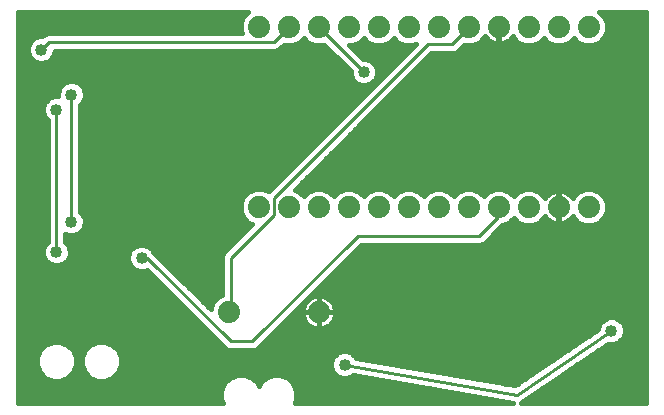
<source format=gbl>
G75*
%MOIN*%
%OFA0B0*%
%FSLAX25Y25*%
%IPPOS*%
%LPD*%
%AMOC8*
5,1,8,0,0,1.08239X$1,22.5*
%
%ADD10C,0.07400*%
%ADD11C,0.01000*%
%ADD12C,0.01600*%
%ADD13R,0.03962X0.03962*%
%ADD14C,0.12661*%
%ADD15C,0.04000*%
D10*
X0113244Y0046346D03*
X0143244Y0046346D03*
X0143244Y0081346D03*
X0133244Y0081346D03*
X0123244Y0081346D03*
X0153244Y0081346D03*
X0163244Y0081346D03*
X0173244Y0081346D03*
X0183244Y0081346D03*
X0193244Y0081346D03*
X0203244Y0081346D03*
X0213244Y0081346D03*
X0223244Y0081346D03*
X0233244Y0081346D03*
X0233244Y0141346D03*
X0223244Y0141346D03*
X0213244Y0141346D03*
X0203244Y0141346D03*
X0193244Y0141346D03*
X0183244Y0141346D03*
X0173244Y0141346D03*
X0163244Y0141346D03*
X0153244Y0141346D03*
X0143244Y0141346D03*
X0133244Y0141346D03*
X0123244Y0141346D03*
D11*
X0128244Y0136346D02*
X0133244Y0141346D01*
X0128244Y0136346D02*
X0053244Y0136346D01*
X0050744Y0133846D01*
X0060744Y0118846D02*
X0060744Y0076346D01*
X0055744Y0066346D02*
X0055744Y0113846D01*
X0113844Y0064446D02*
X0128244Y0078846D01*
X0128244Y0084246D01*
X0179544Y0135546D01*
X0187644Y0135546D01*
X0193044Y0140946D01*
X0193244Y0141346D01*
X0158244Y0126346D02*
X0143244Y0141346D01*
X0203244Y0081346D02*
X0202944Y0080646D01*
X0202944Y0077946D01*
X0196644Y0071646D01*
X0156144Y0071646D01*
X0121044Y0036546D01*
X0113844Y0036546D01*
X0085944Y0064446D01*
X0084144Y0064446D01*
X0113844Y0064446D02*
X0113844Y0046446D01*
X0113244Y0046346D01*
X0151844Y0028846D02*
X0209444Y0018846D01*
X0240744Y0040146D01*
D12*
X0043044Y0016146D02*
X0043044Y0146507D01*
X0119778Y0146507D01*
X0118073Y0144802D01*
X0117144Y0142560D01*
X0117144Y0140133D01*
X0117511Y0139246D01*
X0052667Y0139246D01*
X0051601Y0138805D01*
X0051043Y0138246D01*
X0049869Y0138246D01*
X0048252Y0137577D01*
X0047014Y0136339D01*
X0046344Y0134722D01*
X0046344Y0132971D01*
X0047014Y0131354D01*
X0048252Y0130116D01*
X0049869Y0129446D01*
X0051619Y0129446D01*
X0053236Y0130116D01*
X0054474Y0131354D01*
X0055144Y0132971D01*
X0055144Y0133446D01*
X0128821Y0133446D01*
X0129887Y0133888D01*
X0131475Y0135477D01*
X0132031Y0135246D01*
X0134457Y0135246D01*
X0136699Y0136175D01*
X0138244Y0137720D01*
X0139789Y0136175D01*
X0142031Y0135246D01*
X0144457Y0135246D01*
X0145013Y0135477D01*
X0153844Y0126645D01*
X0153844Y0125471D01*
X0154514Y0123854D01*
X0155752Y0122616D01*
X0157369Y0121946D01*
X0159119Y0121946D01*
X0160736Y0122616D01*
X0161974Y0123854D01*
X0162644Y0125471D01*
X0162644Y0127222D01*
X0161974Y0128839D01*
X0160736Y0130077D01*
X0159119Y0130746D01*
X0157945Y0130746D01*
X0153445Y0135246D01*
X0154457Y0135246D01*
X0156699Y0136175D01*
X0158244Y0137720D01*
X0159789Y0136175D01*
X0162031Y0135246D01*
X0164457Y0135246D01*
X0166699Y0136175D01*
X0168244Y0137720D01*
X0169789Y0136175D01*
X0172031Y0135246D01*
X0174457Y0135246D01*
X0175628Y0135731D01*
X0126498Y0086601D01*
X0124457Y0087446D01*
X0122031Y0087446D01*
X0119789Y0086518D01*
X0118073Y0084802D01*
X0117144Y0082560D01*
X0117144Y0080133D01*
X0118073Y0077891D01*
X0119789Y0076175D01*
X0120979Y0075682D01*
X0111386Y0066089D01*
X0110944Y0065023D01*
X0110944Y0051996D01*
X0109789Y0051518D01*
X0108073Y0049802D01*
X0107144Y0047560D01*
X0107144Y0047348D01*
X0088403Y0066089D01*
X0088101Y0066390D01*
X0087874Y0066939D01*
X0086636Y0068177D01*
X0085019Y0068846D01*
X0083269Y0068846D01*
X0081652Y0068177D01*
X0080414Y0066939D01*
X0079744Y0065322D01*
X0079744Y0063571D01*
X0080414Y0061954D01*
X0081652Y0060716D01*
X0083269Y0060046D01*
X0085019Y0060046D01*
X0085884Y0060405D01*
X0111386Y0034904D01*
X0112201Y0034088D01*
X0113267Y0033646D01*
X0121621Y0033646D01*
X0122687Y0034088D01*
X0157345Y0068746D01*
X0197221Y0068746D01*
X0198287Y0069188D01*
X0204345Y0075246D01*
X0204457Y0075246D01*
X0206699Y0076175D01*
X0208244Y0077720D01*
X0209789Y0076175D01*
X0212031Y0075246D01*
X0214457Y0075246D01*
X0216699Y0076175D01*
X0218415Y0077891D01*
X0218612Y0078365D01*
X0219049Y0077763D01*
X0219661Y0077151D01*
X0220361Y0076642D01*
X0221133Y0076249D01*
X0221956Y0075982D01*
X0222811Y0075846D01*
X0223044Y0075846D01*
X0223044Y0081146D01*
X0223444Y0081146D01*
X0223444Y0075846D01*
X0223677Y0075846D01*
X0224532Y0075982D01*
X0225355Y0076249D01*
X0226127Y0076642D01*
X0226827Y0077151D01*
X0227439Y0077763D01*
X0227876Y0078365D01*
X0228073Y0077891D01*
X0229789Y0076175D01*
X0232031Y0075246D01*
X0234457Y0075246D01*
X0236699Y0076175D01*
X0238415Y0077891D01*
X0239344Y0080133D01*
X0239344Y0082560D01*
X0238415Y0084802D01*
X0236699Y0086518D01*
X0234457Y0087446D01*
X0232031Y0087446D01*
X0229789Y0086518D01*
X0228073Y0084802D01*
X0227876Y0084328D01*
X0227439Y0084929D01*
X0226827Y0085542D01*
X0226127Y0086050D01*
X0225355Y0086443D01*
X0224532Y0086711D01*
X0223677Y0086846D01*
X0223444Y0086846D01*
X0223444Y0081547D01*
X0223044Y0081547D01*
X0223044Y0086846D01*
X0222811Y0086846D01*
X0221956Y0086711D01*
X0221133Y0086443D01*
X0220361Y0086050D01*
X0219661Y0085542D01*
X0219049Y0084929D01*
X0218612Y0084328D01*
X0218415Y0084802D01*
X0216699Y0086518D01*
X0214457Y0087446D01*
X0212031Y0087446D01*
X0209789Y0086518D01*
X0208244Y0084973D01*
X0206699Y0086518D01*
X0204457Y0087446D01*
X0202031Y0087446D01*
X0199789Y0086518D01*
X0198244Y0084973D01*
X0196699Y0086518D01*
X0194457Y0087446D01*
X0192031Y0087446D01*
X0189789Y0086518D01*
X0188244Y0084973D01*
X0186699Y0086518D01*
X0184457Y0087446D01*
X0182031Y0087446D01*
X0179789Y0086518D01*
X0178244Y0084973D01*
X0176699Y0086518D01*
X0174457Y0087446D01*
X0172031Y0087446D01*
X0169789Y0086518D01*
X0168244Y0084973D01*
X0166699Y0086518D01*
X0164457Y0087446D01*
X0162031Y0087446D01*
X0159789Y0086518D01*
X0158244Y0084973D01*
X0156699Y0086518D01*
X0154457Y0087446D01*
X0152031Y0087446D01*
X0149789Y0086518D01*
X0148244Y0084973D01*
X0146699Y0086518D01*
X0144457Y0087446D01*
X0142031Y0087446D01*
X0139789Y0086518D01*
X0138244Y0084973D01*
X0136699Y0086518D01*
X0135227Y0087128D01*
X0180745Y0132646D01*
X0188221Y0132646D01*
X0189287Y0133088D01*
X0191617Y0135418D01*
X0192031Y0135246D01*
X0194457Y0135246D01*
X0196699Y0136175D01*
X0198415Y0137891D01*
X0198612Y0138365D01*
X0199049Y0137763D01*
X0199661Y0137151D01*
X0200361Y0136642D01*
X0201133Y0136249D01*
X0201956Y0135982D01*
X0202811Y0135846D01*
X0203044Y0135846D01*
X0203044Y0141146D01*
X0203444Y0141146D01*
X0203444Y0135846D01*
X0203677Y0135846D01*
X0204532Y0135982D01*
X0205355Y0136249D01*
X0206127Y0136642D01*
X0206827Y0137151D01*
X0207439Y0137763D01*
X0207876Y0138365D01*
X0208073Y0137891D01*
X0209789Y0136175D01*
X0212031Y0135246D01*
X0214457Y0135246D01*
X0216699Y0136175D01*
X0218244Y0137720D01*
X0219789Y0136175D01*
X0222031Y0135246D01*
X0224457Y0135246D01*
X0226699Y0136175D01*
X0228244Y0137720D01*
X0229789Y0136175D01*
X0232031Y0135246D01*
X0234457Y0135246D01*
X0236699Y0136175D01*
X0238415Y0137891D01*
X0239344Y0140133D01*
X0239344Y0142560D01*
X0238415Y0144802D01*
X0236710Y0146507D01*
X0252145Y0146507D01*
X0252145Y0016146D01*
X0210647Y0016146D01*
X0211095Y0016462D01*
X0239598Y0035859D01*
X0239869Y0035746D01*
X0241619Y0035746D01*
X0243236Y0036416D01*
X0244474Y0037654D01*
X0245144Y0039271D01*
X0245144Y0041022D01*
X0244474Y0042639D01*
X0243236Y0043877D01*
X0241619Y0044546D01*
X0239869Y0044546D01*
X0238252Y0043877D01*
X0237014Y0042639D01*
X0236344Y0041022D01*
X0236344Y0040660D01*
X0208783Y0021905D01*
X0155662Y0031127D01*
X0155574Y0031339D01*
X0154336Y0032577D01*
X0152719Y0033246D01*
X0150969Y0033246D01*
X0149352Y0032577D01*
X0148114Y0031339D01*
X0147444Y0029722D01*
X0147444Y0027971D01*
X0148114Y0026354D01*
X0149352Y0025116D01*
X0150969Y0024446D01*
X0152719Y0024446D01*
X0154336Y0025116D01*
X0154638Y0025418D01*
X0208042Y0016146D01*
X0135144Y0016146D01*
X0135721Y0017539D01*
X0135721Y0020154D01*
X0134721Y0022569D01*
X0132872Y0024418D01*
X0130457Y0025418D01*
X0127842Y0025418D01*
X0125427Y0024418D01*
X0123578Y0022569D01*
X0123244Y0021762D01*
X0122910Y0022569D01*
X0121061Y0024418D01*
X0118646Y0025418D01*
X0116031Y0025418D01*
X0113616Y0024418D01*
X0111767Y0022569D01*
X0110767Y0020154D01*
X0110767Y0017539D01*
X0111344Y0016146D01*
X0043044Y0016146D01*
X0043044Y0017741D02*
X0110767Y0017741D01*
X0110767Y0019339D02*
X0043044Y0019339D01*
X0043044Y0020938D02*
X0111092Y0020938D01*
X0111754Y0022536D02*
X0043044Y0022536D01*
X0043044Y0024135D02*
X0053028Y0024135D01*
X0052097Y0024520D02*
X0054476Y0023535D01*
X0057051Y0023535D01*
X0059431Y0024520D01*
X0061252Y0026341D01*
X0062237Y0028720D01*
X0062237Y0031295D01*
X0061252Y0033675D01*
X0059431Y0035496D01*
X0057051Y0036481D01*
X0054476Y0036481D01*
X0052097Y0035496D01*
X0050276Y0033675D01*
X0049291Y0031295D01*
X0049291Y0028720D01*
X0050276Y0026341D01*
X0052097Y0024520D01*
X0050884Y0025733D02*
X0043044Y0025733D01*
X0043044Y0027332D02*
X0049866Y0027332D01*
X0049291Y0028930D02*
X0043044Y0028930D01*
X0043044Y0030529D02*
X0049291Y0030529D01*
X0049635Y0032127D02*
X0043044Y0032127D01*
X0043044Y0033726D02*
X0050327Y0033726D01*
X0051926Y0035324D02*
X0043044Y0035324D01*
X0043044Y0036923D02*
X0109367Y0036923D01*
X0107768Y0038521D02*
X0043044Y0038521D01*
X0043044Y0040120D02*
X0106170Y0040120D01*
X0104571Y0041718D02*
X0043044Y0041718D01*
X0043044Y0043317D02*
X0102973Y0043317D01*
X0101374Y0044915D02*
X0043044Y0044915D01*
X0043044Y0046514D02*
X0099776Y0046514D01*
X0098177Y0048112D02*
X0043044Y0048112D01*
X0043044Y0049711D02*
X0096579Y0049711D01*
X0094980Y0051309D02*
X0043044Y0051309D01*
X0043044Y0052908D02*
X0093382Y0052908D01*
X0091783Y0054506D02*
X0043044Y0054506D01*
X0043044Y0056105D02*
X0090185Y0056105D01*
X0088586Y0057703D02*
X0043044Y0057703D01*
X0043044Y0059302D02*
X0086988Y0059302D01*
X0081468Y0060900D02*
X0043044Y0060900D01*
X0043044Y0062499D02*
X0053535Y0062499D01*
X0053252Y0062616D02*
X0054869Y0061946D01*
X0056619Y0061946D01*
X0058236Y0062616D01*
X0059474Y0063854D01*
X0060144Y0065471D01*
X0060144Y0067222D01*
X0059474Y0068839D01*
X0058644Y0069669D01*
X0058644Y0072454D01*
X0059869Y0071946D01*
X0061619Y0071946D01*
X0063236Y0072616D01*
X0064474Y0073854D01*
X0065144Y0075471D01*
X0065144Y0077222D01*
X0064474Y0078839D01*
X0063644Y0079669D01*
X0063644Y0115524D01*
X0064474Y0116354D01*
X0065144Y0117971D01*
X0065144Y0119722D01*
X0064474Y0121339D01*
X0063236Y0122577D01*
X0061619Y0123246D01*
X0059869Y0123246D01*
X0058252Y0122577D01*
X0057014Y0121339D01*
X0056344Y0119722D01*
X0056344Y0118246D01*
X0054869Y0118246D01*
X0053252Y0117577D01*
X0052014Y0116339D01*
X0051344Y0114722D01*
X0051344Y0112971D01*
X0052014Y0111354D01*
X0052844Y0110524D01*
X0052844Y0069669D01*
X0052014Y0068839D01*
X0051344Y0067222D01*
X0051344Y0065471D01*
X0052014Y0063854D01*
X0053252Y0062616D01*
X0051913Y0064097D02*
X0043044Y0064097D01*
X0043044Y0065696D02*
X0051344Y0065696D01*
X0051374Y0067294D02*
X0043044Y0067294D01*
X0043044Y0068893D02*
X0052068Y0068893D01*
X0052844Y0070491D02*
X0043044Y0070491D01*
X0043044Y0072090D02*
X0052844Y0072090D01*
X0052844Y0073688D02*
X0043044Y0073688D01*
X0043044Y0075287D02*
X0052844Y0075287D01*
X0052844Y0076885D02*
X0043044Y0076885D01*
X0043044Y0078484D02*
X0052844Y0078484D01*
X0052844Y0080082D02*
X0043044Y0080082D01*
X0043044Y0081681D02*
X0052844Y0081681D01*
X0052844Y0083279D02*
X0043044Y0083279D01*
X0043044Y0084878D02*
X0052844Y0084878D01*
X0052844Y0086476D02*
X0043044Y0086476D01*
X0043044Y0088075D02*
X0052844Y0088075D01*
X0052844Y0089674D02*
X0043044Y0089674D01*
X0043044Y0091272D02*
X0052844Y0091272D01*
X0052844Y0092871D02*
X0043044Y0092871D01*
X0043044Y0094469D02*
X0052844Y0094469D01*
X0052844Y0096068D02*
X0043044Y0096068D01*
X0043044Y0097666D02*
X0052844Y0097666D01*
X0052844Y0099265D02*
X0043044Y0099265D01*
X0043044Y0100863D02*
X0052844Y0100863D01*
X0052844Y0102462D02*
X0043044Y0102462D01*
X0043044Y0104060D02*
X0052844Y0104060D01*
X0052844Y0105659D02*
X0043044Y0105659D01*
X0043044Y0107257D02*
X0052844Y0107257D01*
X0052844Y0108856D02*
X0043044Y0108856D01*
X0043044Y0110454D02*
X0052844Y0110454D01*
X0051725Y0112053D02*
X0043044Y0112053D01*
X0043044Y0113651D02*
X0051344Y0113651D01*
X0051563Y0115250D02*
X0043044Y0115250D01*
X0043044Y0116848D02*
X0052523Y0116848D01*
X0056344Y0118447D02*
X0043044Y0118447D01*
X0043044Y0120045D02*
X0056478Y0120045D01*
X0057319Y0121644D02*
X0043044Y0121644D01*
X0043044Y0123242D02*
X0059859Y0123242D01*
X0061629Y0123242D02*
X0155126Y0123242D01*
X0154105Y0124841D02*
X0043044Y0124841D01*
X0043044Y0126439D02*
X0153844Y0126439D01*
X0152452Y0128038D02*
X0043044Y0128038D01*
X0043044Y0129636D02*
X0049411Y0129636D01*
X0052078Y0129636D02*
X0150853Y0129636D01*
X0149255Y0131235D02*
X0054355Y0131235D01*
X0055087Y0132833D02*
X0147656Y0132833D01*
X0146057Y0134432D02*
X0130431Y0134432D01*
X0136350Y0136030D02*
X0140138Y0136030D01*
X0138335Y0137629D02*
X0138153Y0137629D01*
X0154260Y0134432D02*
X0174328Y0134432D01*
X0172730Y0132833D02*
X0155858Y0132833D01*
X0157457Y0131235D02*
X0171131Y0131235D01*
X0169533Y0129636D02*
X0161177Y0129636D01*
X0162306Y0128038D02*
X0167934Y0128038D01*
X0166336Y0126439D02*
X0162644Y0126439D01*
X0162383Y0124841D02*
X0164737Y0124841D01*
X0163139Y0123242D02*
X0161362Y0123242D01*
X0161540Y0121644D02*
X0064169Y0121644D01*
X0065010Y0120045D02*
X0159942Y0120045D01*
X0158343Y0118447D02*
X0065144Y0118447D01*
X0064679Y0116848D02*
X0156745Y0116848D01*
X0155146Y0115250D02*
X0063644Y0115250D01*
X0063644Y0113651D02*
X0153548Y0113651D01*
X0151949Y0112053D02*
X0063644Y0112053D01*
X0063644Y0110454D02*
X0150351Y0110454D01*
X0148752Y0108856D02*
X0063644Y0108856D01*
X0063644Y0107257D02*
X0147154Y0107257D01*
X0145555Y0105659D02*
X0063644Y0105659D01*
X0063644Y0104060D02*
X0143957Y0104060D01*
X0142358Y0102462D02*
X0063644Y0102462D01*
X0063644Y0100863D02*
X0140760Y0100863D01*
X0139161Y0099265D02*
X0063644Y0099265D01*
X0063644Y0097666D02*
X0137563Y0097666D01*
X0135964Y0096068D02*
X0063644Y0096068D01*
X0063644Y0094469D02*
X0134365Y0094469D01*
X0132767Y0092871D02*
X0063644Y0092871D01*
X0063644Y0091272D02*
X0131168Y0091272D01*
X0129570Y0089674D02*
X0063644Y0089674D01*
X0063644Y0088075D02*
X0127971Y0088075D01*
X0136174Y0088075D02*
X0252145Y0088075D01*
X0252145Y0086476D02*
X0236741Y0086476D01*
X0238339Y0084878D02*
X0252145Y0084878D01*
X0252145Y0083279D02*
X0239046Y0083279D01*
X0239344Y0081681D02*
X0252145Y0081681D01*
X0252145Y0080082D02*
X0239323Y0080082D01*
X0238661Y0078484D02*
X0252145Y0078484D01*
X0252145Y0076885D02*
X0237410Y0076885D01*
X0234555Y0075287D02*
X0252145Y0075287D01*
X0252145Y0073688D02*
X0202787Y0073688D01*
X0201189Y0072090D02*
X0252145Y0072090D01*
X0252145Y0070491D02*
X0199590Y0070491D01*
X0197574Y0068893D02*
X0252145Y0068893D01*
X0252145Y0067294D02*
X0155893Y0067294D01*
X0154295Y0065696D02*
X0252145Y0065696D01*
X0252145Y0064097D02*
X0152696Y0064097D01*
X0151098Y0062499D02*
X0252145Y0062499D01*
X0252145Y0060900D02*
X0149499Y0060900D01*
X0147901Y0059302D02*
X0252145Y0059302D01*
X0252145Y0057703D02*
X0146302Y0057703D01*
X0144704Y0056105D02*
X0252145Y0056105D01*
X0252145Y0054506D02*
X0143105Y0054506D01*
X0141507Y0052908D02*
X0252145Y0052908D01*
X0252145Y0051309D02*
X0145619Y0051309D01*
X0145355Y0051443D02*
X0144532Y0051711D01*
X0143677Y0051846D01*
X0143330Y0051846D01*
X0143330Y0046432D01*
X0148744Y0046432D01*
X0148744Y0046779D01*
X0148609Y0047634D01*
X0148341Y0048458D01*
X0147948Y0049229D01*
X0147439Y0049929D01*
X0146827Y0050542D01*
X0146127Y0051050D01*
X0145355Y0051443D01*
X0143330Y0051309D02*
X0143158Y0051309D01*
X0143158Y0051846D02*
X0142811Y0051846D01*
X0141956Y0051711D01*
X0141133Y0051443D01*
X0140361Y0051050D01*
X0139661Y0050542D01*
X0139049Y0049929D01*
X0138540Y0049229D01*
X0138147Y0048458D01*
X0137880Y0047634D01*
X0137744Y0046779D01*
X0137744Y0046432D01*
X0143158Y0046432D01*
X0143158Y0046261D01*
X0137744Y0046261D01*
X0137744Y0045914D01*
X0137880Y0045059D01*
X0138147Y0044235D01*
X0138540Y0043464D01*
X0139049Y0042763D01*
X0139661Y0042151D01*
X0140361Y0041642D01*
X0141133Y0041249D01*
X0141956Y0040982D01*
X0142811Y0040846D01*
X0143158Y0040846D01*
X0143158Y0046261D01*
X0143330Y0046261D01*
X0143330Y0046432D01*
X0143158Y0046432D01*
X0143158Y0051846D01*
X0143158Y0049711D02*
X0143330Y0049711D01*
X0143330Y0048112D02*
X0143158Y0048112D01*
X0143158Y0046514D02*
X0143330Y0046514D01*
X0143330Y0046261D02*
X0148744Y0046261D01*
X0148744Y0045914D01*
X0148609Y0045059D01*
X0148341Y0044235D01*
X0147948Y0043464D01*
X0147439Y0042763D01*
X0146827Y0042151D01*
X0146127Y0041642D01*
X0145355Y0041249D01*
X0144532Y0040982D01*
X0143677Y0040846D01*
X0143330Y0040846D01*
X0143330Y0046261D01*
X0143330Y0044915D02*
X0143158Y0044915D01*
X0143158Y0043317D02*
X0143330Y0043317D01*
X0143330Y0041718D02*
X0143158Y0041718D01*
X0140257Y0041718D02*
X0130317Y0041718D01*
X0128719Y0040120D02*
X0235550Y0040120D01*
X0236633Y0041718D02*
X0146231Y0041718D01*
X0147841Y0043317D02*
X0237692Y0043317D01*
X0243796Y0043317D02*
X0252145Y0043317D01*
X0252145Y0044915D02*
X0148562Y0044915D01*
X0148744Y0046514D02*
X0252145Y0046514D01*
X0252145Y0048112D02*
X0148453Y0048112D01*
X0147598Y0049711D02*
X0252145Y0049711D01*
X0252145Y0041718D02*
X0244856Y0041718D01*
X0245144Y0040120D02*
X0252145Y0040120D01*
X0252145Y0038521D02*
X0244833Y0038521D01*
X0243743Y0036923D02*
X0252145Y0036923D01*
X0252145Y0035324D02*
X0238812Y0035324D01*
X0236463Y0033726D02*
X0252145Y0033726D01*
X0252145Y0032127D02*
X0234114Y0032127D01*
X0231765Y0030529D02*
X0252145Y0030529D01*
X0252145Y0028930D02*
X0229416Y0028930D01*
X0227067Y0027332D02*
X0252145Y0027332D01*
X0252145Y0025733D02*
X0224718Y0025733D01*
X0222369Y0024135D02*
X0252145Y0024135D01*
X0252145Y0022536D02*
X0220020Y0022536D01*
X0217672Y0020938D02*
X0252145Y0020938D01*
X0252145Y0019339D02*
X0215323Y0019339D01*
X0212974Y0017741D02*
X0252145Y0017741D01*
X0223805Y0032127D02*
X0154786Y0032127D01*
X0159109Y0030529D02*
X0221456Y0030529D01*
X0219107Y0028930D02*
X0168316Y0028930D01*
X0162031Y0024135D02*
X0133155Y0024135D01*
X0134734Y0022536D02*
X0171238Y0022536D01*
X0177524Y0027332D02*
X0216758Y0027332D01*
X0214409Y0025733D02*
X0186731Y0025733D01*
X0180446Y0020938D02*
X0135397Y0020938D01*
X0135721Y0019339D02*
X0189653Y0019339D01*
X0195938Y0024135D02*
X0212060Y0024135D01*
X0209711Y0022536D02*
X0205146Y0022536D01*
X0198861Y0017741D02*
X0135721Y0017741D01*
X0125144Y0024135D02*
X0121344Y0024135D01*
X0122923Y0022536D02*
X0123565Y0022536D01*
X0113333Y0024135D02*
X0073460Y0024135D01*
X0074391Y0024520D02*
X0076212Y0026341D01*
X0077198Y0028720D01*
X0077198Y0031295D01*
X0076212Y0033675D01*
X0074391Y0035496D01*
X0072012Y0036481D01*
X0069437Y0036481D01*
X0067058Y0035496D01*
X0065237Y0033675D01*
X0064251Y0031295D01*
X0064251Y0028720D01*
X0065237Y0026341D01*
X0067058Y0024520D01*
X0069437Y0023535D01*
X0072012Y0023535D01*
X0074391Y0024520D01*
X0075604Y0025733D02*
X0148735Y0025733D01*
X0147709Y0027332D02*
X0076622Y0027332D01*
X0077198Y0028930D02*
X0147444Y0028930D01*
X0147778Y0030529D02*
X0077198Y0030529D01*
X0076853Y0032127D02*
X0148902Y0032127D01*
X0127120Y0038521D02*
X0233201Y0038521D01*
X0230852Y0036923D02*
X0125521Y0036923D01*
X0123923Y0035324D02*
X0228503Y0035324D01*
X0226154Y0033726D02*
X0121812Y0033726D01*
X0113076Y0033726D02*
X0076161Y0033726D01*
X0074563Y0035324D02*
X0110965Y0035324D01*
X0111386Y0034904D02*
X0111386Y0034904D01*
X0131916Y0043317D02*
X0138647Y0043317D01*
X0137926Y0044915D02*
X0133514Y0044915D01*
X0135113Y0046514D02*
X0137744Y0046514D01*
X0138035Y0048112D02*
X0136711Y0048112D01*
X0138310Y0049711D02*
X0138890Y0049711D01*
X0139908Y0051309D02*
X0140869Y0051309D01*
X0112591Y0067294D02*
X0087519Y0067294D01*
X0088403Y0066089D02*
X0088403Y0066089D01*
X0088796Y0065696D02*
X0111223Y0065696D01*
X0110944Y0064097D02*
X0090394Y0064097D01*
X0091993Y0062499D02*
X0110944Y0062499D01*
X0110944Y0060900D02*
X0093591Y0060900D01*
X0095190Y0059302D02*
X0110944Y0059302D01*
X0110944Y0057703D02*
X0096788Y0057703D01*
X0098387Y0056105D02*
X0110944Y0056105D01*
X0110944Y0054506D02*
X0099985Y0054506D01*
X0101584Y0052908D02*
X0110944Y0052908D01*
X0109580Y0051309D02*
X0103183Y0051309D01*
X0104781Y0049711D02*
X0108035Y0049711D01*
X0107373Y0048112D02*
X0106380Y0048112D01*
X0080188Y0062499D02*
X0057953Y0062499D01*
X0059575Y0064097D02*
X0079744Y0064097D01*
X0079899Y0065696D02*
X0060144Y0065696D01*
X0060114Y0067294D02*
X0080769Y0067294D01*
X0065068Y0075287D02*
X0120583Y0075287D01*
X0119078Y0076885D02*
X0065144Y0076885D01*
X0064621Y0078484D02*
X0117827Y0078484D01*
X0117165Y0080082D02*
X0063644Y0080082D01*
X0063644Y0081681D02*
X0117144Y0081681D01*
X0117442Y0083279D02*
X0063644Y0083279D01*
X0063644Y0084878D02*
X0118149Y0084878D01*
X0119747Y0086476D02*
X0063644Y0086476D01*
X0064309Y0073688D02*
X0118985Y0073688D01*
X0117386Y0072090D02*
X0061966Y0072090D01*
X0059523Y0072090D02*
X0058644Y0072090D01*
X0058644Y0070491D02*
X0115788Y0070491D01*
X0114189Y0068893D02*
X0059420Y0068893D01*
X0059602Y0035324D02*
X0066886Y0035324D01*
X0065288Y0033726D02*
X0061201Y0033726D01*
X0061893Y0032127D02*
X0064596Y0032127D01*
X0064251Y0030529D02*
X0062237Y0030529D01*
X0062237Y0028930D02*
X0064251Y0028930D01*
X0064826Y0027332D02*
X0061662Y0027332D01*
X0060643Y0025733D02*
X0065845Y0025733D01*
X0067989Y0024135D02*
X0058500Y0024135D01*
X0136741Y0086476D02*
X0139747Y0086476D01*
X0137772Y0089674D02*
X0252145Y0089674D01*
X0252145Y0091272D02*
X0139371Y0091272D01*
X0140969Y0092871D02*
X0252145Y0092871D01*
X0252145Y0094469D02*
X0142568Y0094469D01*
X0144166Y0096068D02*
X0252145Y0096068D01*
X0252145Y0097666D02*
X0145765Y0097666D01*
X0147363Y0099265D02*
X0252145Y0099265D01*
X0252145Y0100863D02*
X0148962Y0100863D01*
X0150560Y0102462D02*
X0252145Y0102462D01*
X0252145Y0104060D02*
X0152159Y0104060D01*
X0153757Y0105659D02*
X0252145Y0105659D01*
X0252145Y0107257D02*
X0155356Y0107257D01*
X0156955Y0108856D02*
X0252145Y0108856D01*
X0252145Y0110454D02*
X0158553Y0110454D01*
X0160152Y0112053D02*
X0252145Y0112053D01*
X0252145Y0113651D02*
X0161750Y0113651D01*
X0163349Y0115250D02*
X0252145Y0115250D01*
X0252145Y0116848D02*
X0164947Y0116848D01*
X0166546Y0118447D02*
X0252145Y0118447D01*
X0252145Y0120045D02*
X0168144Y0120045D01*
X0169743Y0121644D02*
X0252145Y0121644D01*
X0252145Y0123242D02*
X0171341Y0123242D01*
X0172940Y0124841D02*
X0252145Y0124841D01*
X0252145Y0126439D02*
X0174538Y0126439D01*
X0176137Y0128038D02*
X0252145Y0128038D01*
X0252145Y0129636D02*
X0177735Y0129636D01*
X0179334Y0131235D02*
X0252145Y0131235D01*
X0252145Y0132833D02*
X0188672Y0132833D01*
X0190631Y0134432D02*
X0252145Y0134432D01*
X0252145Y0136030D02*
X0236350Y0136030D01*
X0238153Y0137629D02*
X0252145Y0137629D01*
X0252145Y0139227D02*
X0238969Y0139227D01*
X0239344Y0140826D02*
X0252145Y0140826D01*
X0252145Y0142424D02*
X0239344Y0142424D01*
X0238738Y0144023D02*
X0252145Y0144023D01*
X0252145Y0145621D02*
X0237596Y0145621D01*
X0228335Y0137629D02*
X0228153Y0137629D01*
X0226350Y0136030D02*
X0230138Y0136030D01*
X0220138Y0136030D02*
X0216350Y0136030D01*
X0218153Y0137629D02*
X0218335Y0137629D01*
X0210138Y0136030D02*
X0204681Y0136030D01*
X0203444Y0136030D02*
X0203044Y0136030D01*
X0201807Y0136030D02*
X0196350Y0136030D01*
X0198153Y0137629D02*
X0199184Y0137629D01*
X0203044Y0137629D02*
X0203444Y0137629D01*
X0203444Y0139227D02*
X0203044Y0139227D01*
X0203044Y0140826D02*
X0203444Y0140826D01*
X0207305Y0137629D02*
X0208335Y0137629D01*
X0170138Y0136030D02*
X0166350Y0136030D01*
X0168153Y0137629D02*
X0168335Y0137629D01*
X0160138Y0136030D02*
X0156350Y0136030D01*
X0158153Y0137629D02*
X0158335Y0137629D01*
X0118892Y0145621D02*
X0043044Y0145621D01*
X0043044Y0144023D02*
X0117750Y0144023D01*
X0117144Y0142424D02*
X0043044Y0142424D01*
X0043044Y0140826D02*
X0117144Y0140826D01*
X0052621Y0139227D02*
X0043044Y0139227D01*
X0043044Y0137629D02*
X0048378Y0137629D01*
X0046886Y0136030D02*
X0043044Y0136030D01*
X0043044Y0134432D02*
X0046344Y0134432D01*
X0046401Y0132833D02*
X0043044Y0132833D01*
X0043044Y0131235D02*
X0047133Y0131235D01*
X0146741Y0086476D02*
X0149747Y0086476D01*
X0156741Y0086476D02*
X0159747Y0086476D01*
X0166741Y0086476D02*
X0169747Y0086476D01*
X0176741Y0086476D02*
X0179747Y0086476D01*
X0186741Y0086476D02*
X0189747Y0086476D01*
X0196741Y0086476D02*
X0199747Y0086476D01*
X0206741Y0086476D02*
X0209747Y0086476D01*
X0216741Y0086476D02*
X0221234Y0086476D01*
X0223044Y0086476D02*
X0223444Y0086476D01*
X0223444Y0084878D02*
X0223044Y0084878D01*
X0223044Y0083279D02*
X0223444Y0083279D01*
X0223444Y0081681D02*
X0223044Y0081681D01*
X0223044Y0080082D02*
X0223444Y0080082D01*
X0223444Y0078484D02*
X0223044Y0078484D01*
X0223044Y0076885D02*
X0223444Y0076885D01*
X0226461Y0076885D02*
X0229078Y0076885D01*
X0231933Y0075287D02*
X0214555Y0075287D01*
X0211933Y0075287D02*
X0204555Y0075287D01*
X0207410Y0076885D02*
X0209078Y0076885D01*
X0217410Y0076885D02*
X0220027Y0076885D01*
X0219012Y0084878D02*
X0218339Y0084878D01*
X0225254Y0086476D02*
X0229747Y0086476D01*
X0228149Y0084878D02*
X0227477Y0084878D01*
D13*
X0238244Y0071346D03*
X0238244Y0056346D03*
X0168244Y0021346D03*
X0108244Y0071346D03*
X0048244Y0041346D03*
X0048244Y0121346D03*
X0228244Y0121346D03*
D14*
X0098244Y0126346D03*
X0098244Y0036346D03*
X0203244Y0036346D03*
D15*
X0240744Y0040146D03*
X0151844Y0028846D03*
X0084144Y0064446D03*
X0060744Y0076346D03*
X0055744Y0066346D03*
X0055744Y0113846D03*
X0060744Y0118846D03*
X0050744Y0133846D03*
X0158244Y0126346D03*
M02*

</source>
